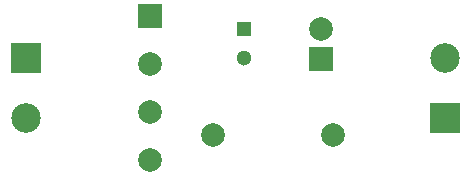
<source format=gbr>
G04 #@! TF.FileFunction,Copper,L1,Top,Signal*
%FSLAX46Y46*%
G04 Gerber Fmt 4.6, Leading zero omitted, Abs format (unit mm)*
G04 Created by KiCad (PCBNEW 4.0.1-stable) date 23/09/2016 02:13:24 p. m.*
%MOMM*%
G01*
G04 APERTURE LIST*
%ADD10C,0.100000*%
%ADD11C,1.300000*%
%ADD12R,1.300000X1.300000*%
%ADD13R,1.998980X1.998980*%
%ADD14C,1.998980*%
%ADD15R,2.000000X2.000000*%
%ADD16C,2.000000*%
%ADD17R,2.500000X2.500000*%
%ADD18C,2.500000*%
G04 APERTURE END LIST*
D10*
D11*
X146000000Y-102500000D03*
D12*
X146000000Y-100000000D03*
D13*
X138000000Y-98904000D03*
D14*
X138000000Y-102968000D03*
X138000000Y-107032000D03*
X138000000Y-111096000D03*
D15*
X152500000Y-102540000D03*
D16*
X152500000Y-100000000D03*
D17*
X127500000Y-102500000D03*
D18*
X127500000Y-107500000D03*
D17*
X163000000Y-107500000D03*
D18*
X163000000Y-102500000D03*
D14*
X153500000Y-109000000D03*
X143340000Y-109000000D03*
M02*

</source>
